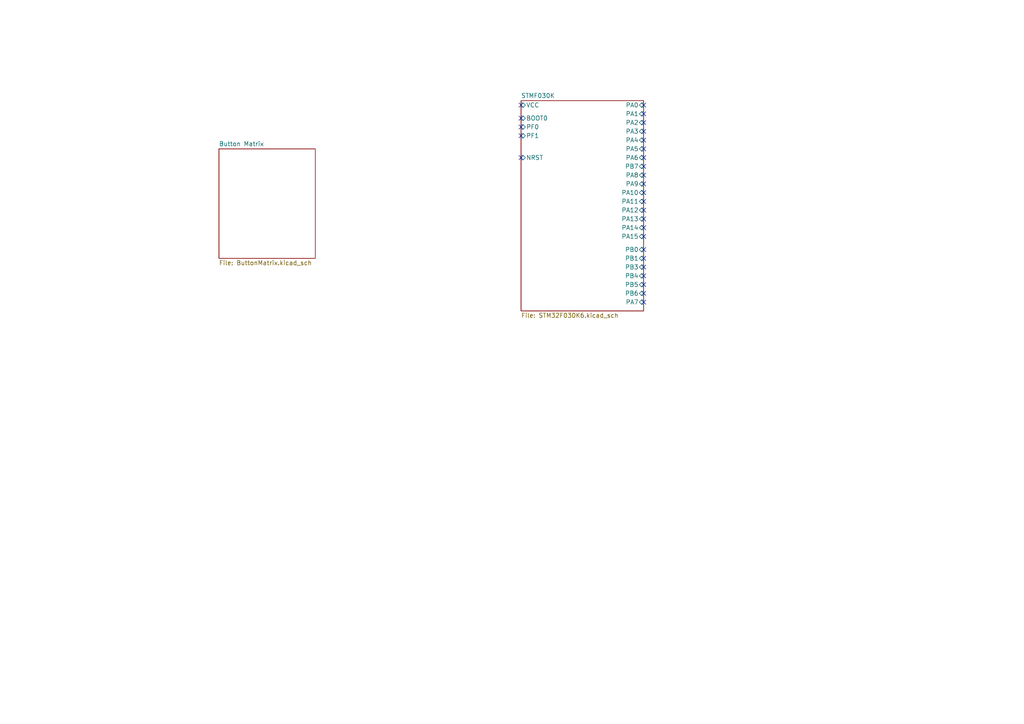
<source format=kicad_sch>
(kicad_sch
	(version 20231120)
	(generator "eeschema")
	(generator_version "8.0")
	(uuid "4b35c841-7c70-4a09-ac5d-c194cee090b5")
	(paper "A4")
	(lib_symbols)
	(no_connect
		(at 186.69 48.26)
		(uuid "093ec6b3-63eb-4a32-9c99-b0687b97c7f8")
	)
	(no_connect
		(at 186.69 87.63)
		(uuid "0c66e609-6375-4ca3-b732-f12f242e8c6a")
	)
	(no_connect
		(at 186.69 33.02)
		(uuid "1d51ba0b-f448-4d25-9b1a-0039e9ad8860")
	)
	(no_connect
		(at 151.13 36.83)
		(uuid "2ff87836-4186-4dfa-a044-2aa730b418ce")
	)
	(no_connect
		(at 186.69 58.42)
		(uuid "31467461-82bc-40fa-a589-8c99536951ba")
	)
	(no_connect
		(at 186.69 66.04)
		(uuid "349bdd9d-25e4-4c98-886c-c000e6287184")
	)
	(no_connect
		(at 186.69 68.58)
		(uuid "42d351ac-d28a-491b-94d6-01f02a47cef2")
	)
	(no_connect
		(at 186.69 43.18)
		(uuid "4d1ac0dc-06c0-444c-bf68-70e7516dfd32")
	)
	(no_connect
		(at 186.69 77.47)
		(uuid "56c77ed5-2d24-4827-aef9-44545359f421")
	)
	(no_connect
		(at 186.69 80.01)
		(uuid "573e007e-89f5-4a34-977c-89cd66966f83")
	)
	(no_connect
		(at 186.69 40.64)
		(uuid "6e284726-41f4-4a47-832d-4816bb7612fc")
	)
	(no_connect
		(at 186.69 45.72)
		(uuid "72853628-640c-45e1-ada0-d906ad0f6c7b")
	)
	(no_connect
		(at 151.13 34.29)
		(uuid "783e3abb-e795-4614-ac2b-59e0b029ba8b")
	)
	(no_connect
		(at 186.69 85.09)
		(uuid "7b376a84-6199-477b-9a8d-2e44f98ebed0")
	)
	(no_connect
		(at 186.69 55.88)
		(uuid "7d92f09f-9963-4e85-adf4-6aae8c632b86")
	)
	(no_connect
		(at 186.69 63.5)
		(uuid "8748ec27-f7d6-414d-9a5a-150e31cda015")
	)
	(no_connect
		(at 151.13 39.37)
		(uuid "a1ac1cbe-518c-406e-85b5-3ae46b9dacb8")
	)
	(no_connect
		(at 186.69 38.1)
		(uuid "a9b3a3a2-4a7c-4a06-b219-423bb7bb66e4")
	)
	(no_connect
		(at 186.69 30.48)
		(uuid "a9da0042-473c-480b-9c52-413a24f08300")
	)
	(no_connect
		(at 186.69 35.56)
		(uuid "aafaf416-fbc5-4d33-84f5-86b480a96235")
	)
	(no_connect
		(at 186.69 53.34)
		(uuid "b48d5616-f47d-401d-ad68-7083efce77b6")
	)
	(no_connect
		(at 151.13 45.72)
		(uuid "b6af28f3-4d2e-4bce-9fb6-4d124aff0c0d")
	)
	(no_connect
		(at 186.69 72.39)
		(uuid "be41fd06-320b-4666-963e-ee64322489cc")
	)
	(no_connect
		(at 186.69 60.96)
		(uuid "c0e354fc-696b-4647-a5d9-e02cf83bf990")
	)
	(no_connect
		(at 186.69 50.8)
		(uuid "c7e68e69-f9b4-40b9-bcda-5513d559951d")
	)
	(no_connect
		(at 151.13 30.48)
		(uuid "e9fce145-c4f6-4618-bedf-e638b4a7cce2")
	)
	(no_connect
		(at 186.69 82.55)
		(uuid "ea225399-4073-4e17-9a61-b03df200026b")
	)
	(no_connect
		(at 186.69 74.93)
		(uuid "f2982e51-f14a-4b0e-8576-b4434a3fadae")
	)
	(sheet
		(at 151.13 29.21)
		(size 35.56 60.96)
		(fields_autoplaced yes)
		(stroke
			(width 0.1524)
			(type solid)
		)
		(fill
			(color 0 0 0 0.0000)
		)
		(uuid "040d30b4-1031-4615-b81c-30f5da52faeb")
		(property "Sheetname" "STMF030K"
			(at 151.13 28.4984 0)
			(effects
				(font
					(size 1.27 1.27)
				)
				(justify left bottom)
			)
		)
		(property "Sheetfile" "STM32F030K6.kicad_sch"
			(at 151.13 90.7546 0)
			(effects
				(font
					(size 1.27 1.27)
				)
				(justify left top)
			)
		)
		(pin "VCC" input
			(at 151.13 30.48 180)
			(effects
				(font
					(size 1.27 1.27)
				)
				(justify left)
			)
			(uuid "7386f5bc-01e7-4d10-9d7f-a6b6d5488113")
		)
		(pin "PB6" input
			(at 186.69 85.09 0)
			(effects
				(font
					(size 1.27 1.27)
				)
				(justify right)
			)
			(uuid "d8122a15-2758-4311-bdee-7daa251f6c95")
		)
		(pin "PB5" input
			(at 186.69 82.55 0)
			(effects
				(font
					(size 1.27 1.27)
				)
				(justify right)
			)
			(uuid "83c986cc-27e3-4e40-aeb3-22b4b03b6edc")
		)
		(pin "PB4" input
			(at 186.69 80.01 0)
			(effects
				(font
					(size 1.27 1.27)
				)
				(justify right)
			)
			(uuid "29c0d9ad-c32a-4b57-9d8a-87a2bfe25a99")
		)
		(pin "PB3" input
			(at 186.69 77.47 0)
			(effects
				(font
					(size 1.27 1.27)
				)
				(justify right)
			)
			(uuid "f8a87c48-50ad-4f79-8ec6-511374cc615e")
		)
		(pin "PB7" input
			(at 186.69 48.26 0)
			(effects
				(font
					(size 1.27 1.27)
				)
				(justify right)
			)
			(uuid "da8dc352-fe7d-4fb2-9cbe-288289a049fa")
		)
		(pin "BOOT0" input
			(at 151.13 34.29 180)
			(effects
				(font
					(size 1.27 1.27)
				)
				(justify left)
			)
			(uuid "f0856660-b311-4723-a5c2-861552a6ebd3")
		)
		(pin "NRST" input
			(at 151.13 45.72 180)
			(effects
				(font
					(size 1.27 1.27)
				)
				(justify left)
			)
			(uuid "0dac2edb-3324-40a0-a0d8-a78ff5b365c3")
		)
		(pin "PB0" input
			(at 186.69 72.39 0)
			(effects
				(font
					(size 1.27 1.27)
				)
				(justify right)
			)
			(uuid "ee6936c1-c68c-41ee-93f8-76aa9340ef5e")
		)
		(pin "PB1" input
			(at 186.69 74.93 0)
			(effects
				(font
					(size 1.27 1.27)
				)
				(justify right)
			)
			(uuid "ff216674-c2de-45a8-bbeb-fe35f97f097b")
		)
		(pin "PF1" input
			(at 151.13 39.37 180)
			(effects
				(font
					(size 1.27 1.27)
				)
				(justify left)
			)
			(uuid "267f9940-0f2f-4ddb-9b1b-9a095437b3b2")
		)
		(pin "PF0" input
			(at 151.13 36.83 180)
			(effects
				(font
					(size 1.27 1.27)
				)
				(justify left)
			)
			(uuid "acfe4432-45ce-4341-9661-5216a8c08d42")
		)
		(pin "PA15" input
			(at 186.69 68.58 0)
			(effects
				(font
					(size 1.27 1.27)
				)
				(justify right)
			)
			(uuid "480ae8ed-290e-4294-819e-7f5d744c2355")
		)
		(pin "PA14" input
			(at 186.69 66.04 0)
			(effects
				(font
					(size 1.27 1.27)
				)
				(justify right)
			)
			(uuid "c6f53be7-f780-4ca5-8457-39d0119b3467")
		)
		(pin "PA10" input
			(at 186.69 55.88 0)
			(effects
				(font
					(size 1.27 1.27)
				)
				(justify right)
			)
			(uuid "4f7da6cb-0876-4455-a20e-367f28bd4e32")
		)
		(pin "PA9" input
			(at 186.69 53.34 0)
			(effects
				(font
					(size 1.27 1.27)
				)
				(justify right)
			)
			(uuid "07d0ac40-dc61-4e15-be28-32555cef2324")
		)
		(pin "PA11" input
			(at 186.69 58.42 0)
			(effects
				(font
					(size 1.27 1.27)
				)
				(justify right)
			)
			(uuid "c8bbf16d-0590-4e0c-b18c-299127b35c97")
		)
		(pin "PA12" input
			(at 186.69 60.96 0)
			(effects
				(font
					(size 1.27 1.27)
				)
				(justify right)
			)
			(uuid "21e8c291-fd14-4d30-97de-015fed6f31bf")
		)
		(pin "PA13" input
			(at 186.69 63.5 0)
			(effects
				(font
					(size 1.27 1.27)
				)
				(justify right)
			)
			(uuid "b46f96aa-c691-4f5a-b50e-cdad58c51f69")
		)
		(pin "PA3" input
			(at 186.69 38.1 0)
			(effects
				(font
					(size 1.27 1.27)
				)
				(justify right)
			)
			(uuid "44ea6459-b856-46cc-885d-e67149a7daaf")
		)
		(pin "PA2" input
			(at 186.69 35.56 0)
			(effects
				(font
					(size 1.27 1.27)
				)
				(justify right)
			)
			(uuid "d6fa2a85-6097-4140-95d9-11c5388e3b40")
		)
		(pin "PA1" input
			(at 186.69 33.02 0)
			(effects
				(font
					(size 1.27 1.27)
				)
				(justify right)
			)
			(uuid "81182ba1-2fde-496b-9e15-6726c1e99da7")
		)
		(pin "PA0" input
			(at 186.69 30.48 0)
			(effects
				(font
					(size 1.27 1.27)
				)
				(justify right)
			)
			(uuid "e73711a5-7f01-40a9-82b4-f0b0c633db98")
		)
		(pin "PA4" input
			(at 186.69 40.64 0)
			(effects
				(font
					(size 1.27 1.27)
				)
				(justify right)
			)
			(uuid "5ae55a39-b238-49d3-943a-4cc5141a4123")
		)
		(pin "PA5" input
			(at 186.69 43.18 0)
			(effects
				(font
					(size 1.27 1.27)
				)
				(justify right)
			)
			(uuid "a56fcd82-28f3-4271-b096-15c01f02e7af")
		)
		(pin "PA8" input
			(at 186.69 50.8 0)
			(effects
				(font
					(size 1.27 1.27)
				)
				(justify right)
			)
			(uuid "2690ff98-75c4-4e95-a3ed-26c899a31e33")
		)
		(pin "PA6" input
			(at 186.69 45.72 0)
			(effects
				(font
					(size 1.27 1.27)
				)
				(justify right)
			)
			(uuid "9c6c1784-e01b-453a-ae6a-6ac0dc811431")
		)
		(pin "PA7" input
			(at 186.69 87.63 0)
			(effects
				(font
					(size 1.27 1.27)
				)
				(justify right)
			)
			(uuid "2551e214-c591-4d7a-a3d5-36e2298a6cd7")
		)
		(instances
			(project "DDT_8SwitchPanel"
				(path "/4b35c841-7c70-4a09-ac5d-c194cee090b5"
					(page "2")
				)
			)
		)
	)
	(sheet
		(at 63.5 43.18)
		(size 27.94 31.75)
		(fields_autoplaced yes)
		(stroke
			(width 0.1524)
			(type solid)
		)
		(fill
			(color 0 0 0 0.0000)
		)
		(uuid "5adb04e0-c536-48ff-b159-a9fced1223c2")
		(property "Sheetname" "Button Matrix"
			(at 63.5 42.4684 0)
			(effects
				(font
					(size 1.27 1.27)
				)
				(justify left bottom)
			)
		)
		(property "Sheetfile" "ButtonMatrix.kicad_sch"
			(at 63.5 75.5146 0)
			(effects
				(font
					(size 1.27 1.27)
				)
				(justify left top)
			)
		)
		(instances
			(project "DDT_8SwitchPanel"
				(path "/4b35c841-7c70-4a09-ac5d-c194cee090b5"
					(page "3")
				)
			)
		)
	)
	(sheet_instances
		(path "/"
			(page "1")
		)
	)
)

</source>
